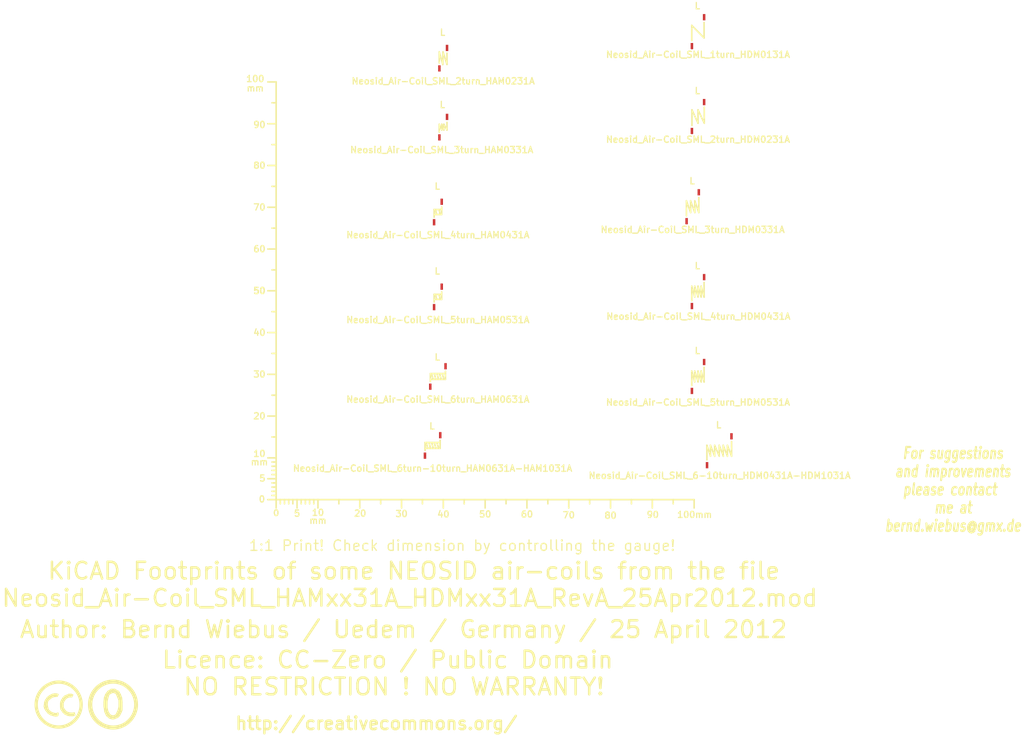
<source format=kicad_pcb>
(kicad_pcb (version 3) (host pcbnew "(2013-03-30 BZR 4007)-stable")

  (general
    (links 0)
    (no_connects 0)
    (area -2.90696 -31.671484 232.492126 195.6694)
    (thickness 1.6002)
    (drawings 7)
    (tracks 0)
    (zones 0)
    (modules 15)
    (nets 1)
  )

  (page A4)
  (layers
    (15 Vorderseite signal)
    (0 Rückseite signal)
    (16 B.Adhes user)
    (17 F.Adhes user)
    (18 B.Paste user)
    (19 F.Paste user)
    (20 B.SilkS user)
    (21 F.SilkS user)
    (22 B.Mask user)
    (23 F.Mask user)
    (24 Dwgs.User user)
    (25 Cmts.User user)
    (26 Eco1.User user)
    (27 Eco2.User user)
    (28 Edge.Cuts user)
  )

  (setup
    (last_trace_width 0.2032)
    (trace_clearance 0.254)
    (zone_clearance 0.508)
    (zone_45_only no)
    (trace_min 0.2032)
    (segment_width 0.381)
    (edge_width 0.381)
    (via_size 0.889)
    (via_drill 0.635)
    (via_min_size 0.889)
    (via_min_drill 0.508)
    (uvia_size 0.508)
    (uvia_drill 0.127)
    (uvias_allowed no)
    (uvia_min_size 0.508)
    (uvia_min_drill 0.127)
    (pcb_text_width 0.3048)
    (pcb_text_size 1.524 2.032)
    (mod_edge_width 0.381)
    (mod_text_size 1.524 1.524)
    (mod_text_width 0.3048)
    (pad_size 1.524 1.524)
    (pad_drill 0.8128)
    (pad_to_mask_clearance 0.254)
    (aux_axis_origin 0 0)
    (visible_elements 7FFFFFFF)
    (pcbplotparams
      (layerselection 3178497)
      (usegerberextensions true)
      (excludeedgelayer true)
      (linewidth 60)
      (plotframeref false)
      (viasonmask false)
      (mode 1)
      (useauxorigin false)
      (hpglpennumber 1)
      (hpglpenspeed 20)
      (hpglpendiameter 15)
      (hpglpenoverlay 0)
      (psnegative false)
      (psa4output false)
      (plotreference true)
      (plotvalue true)
      (plotothertext true)
      (plotinvisibletext false)
      (padsonsilk false)
      (subtractmaskfromsilk false)
      (outputformat 1)
      (mirror false)
      (drillshape 1)
      (scaleselection 1)
      (outputdirectory ""))
  )

  (net 0 "")

  (net_class Default "Dies ist die voreingestellte Netzklasse."
    (clearance 0.254)
    (trace_width 0.2032)
    (via_dia 0.889)
    (via_drill 0.635)
    (uvia_dia 0.508)
    (uvia_drill 0.127)
    (add_net "")
  )

  (module Gauge_100mm_Type2_SilkScreenTop_RevA_Date22Jun2010 (layer Vorderseite) (tedit 4D963937) (tstamp 4D88F07A)
    (at 87.03056 137.4394)
    (descr "Gauge, Massstab, 100mm, SilkScreenTop, Type 2,")
    (tags "Gauge, Massstab, 100mm, SilkScreenTop, Type 2,")
    (path Gauge_100mm_Type2_SilkScreenTop_RevA_Date22Jun2010)
    (fp_text reference MSC (at 4.0005 8.99922) (layer F.SilkS) hide
      (effects (font (size 1.524 1.524) (thickness 0.3048)))
    )
    (fp_text value Gauge_100mm_Type2_SilkScreenTop_RevA_Date22Jun2010 (at 45.9994 8.99922) (layer F.SilkS) hide
      (effects (font (size 1.524 1.524) (thickness 0.3048)))
    )
    (fp_text user mm (at 9.99998 5.00126) (layer F.SilkS)
      (effects (font (size 1.524 1.524) (thickness 0.3048)))
    )
    (fp_text user mm (at -4.0005 -8.99922) (layer F.SilkS)
      (effects (font (size 1.524 1.524) (thickness 0.3048)))
    )
    (fp_text user mm (at -5.00126 -98.5012) (layer F.SilkS)
      (effects (font (size 1.524 1.524) (thickness 0.3048)))
    )
    (fp_text user 10 (at 10.00506 3.0988) (layer F.SilkS)
      (effects (font (size 1.50114 1.50114) (thickness 0.29972)))
    )
    (fp_text user 0 (at 0.00508 3.19786) (layer F.SilkS)
      (effects (font (size 1.39954 1.50114) (thickness 0.29972)))
    )
    (fp_text user 5 (at 5.0038 3.29946) (layer F.SilkS)
      (effects (font (size 1.50114 1.50114) (thickness 0.29972)))
    )
    (fp_text user 20 (at 20.1041 3.29946) (layer F.SilkS)
      (effects (font (size 1.50114 1.50114) (thickness 0.29972)))
    )
    (fp_text user 30 (at 30.00502 3.39852) (layer F.SilkS)
      (effects (font (size 1.50114 1.50114) (thickness 0.29972)))
    )
    (fp_text user 40 (at 40.005 3.50012) (layer F.SilkS)
      (effects (font (size 1.50114 1.50114) (thickness 0.29972)))
    )
    (fp_text user 50 (at 50.00498 3.50012) (layer F.SilkS)
      (effects (font (size 1.50114 1.50114) (thickness 0.29972)))
    )
    (fp_text user 60 (at 60.00496 3.50012) (layer F.SilkS)
      (effects (font (size 1.50114 1.50114) (thickness 0.29972)))
    )
    (fp_text user 70 (at 70.00494 3.70078) (layer F.SilkS)
      (effects (font (size 1.50114 1.50114) (thickness 0.29972)))
    )
    (fp_text user 80 (at 80.00492 3.79984) (layer F.SilkS)
      (effects (font (size 1.50114 1.50114) (thickness 0.29972)))
    )
    (fp_text user 90 (at 90.1065 3.60172) (layer F.SilkS)
      (effects (font (size 1.50114 1.50114) (thickness 0.29972)))
    )
    (fp_text user 100mm (at 100.10648 3.60172) (layer F.SilkS)
      (effects (font (size 1.50114 1.50114) (thickness 0.29972)))
    )
    (fp_line (start 0 -8.99922) (end -1.00076 -8.99922) (layer F.SilkS) (width 0.381))
    (fp_line (start 0 -8.001) (end -1.00076 -8.001) (layer F.SilkS) (width 0.381))
    (fp_line (start 0 -7.00024) (end -1.00076 -7.00024) (layer F.SilkS) (width 0.381))
    (fp_line (start 0 -5.99948) (end -1.00076 -5.99948) (layer F.SilkS) (width 0.381))
    (fp_line (start 0 -4.0005) (end -1.00076 -4.0005) (layer F.SilkS) (width 0.381))
    (fp_line (start 0 -2.99974) (end -1.00076 -2.99974) (layer F.SilkS) (width 0.381))
    (fp_line (start 0 -1.99898) (end -1.00076 -1.99898) (layer F.SilkS) (width 0.381))
    (fp_line (start 0 -1.00076) (end -1.00076 -1.00076) (layer F.SilkS) (width 0.381))
    (fp_line (start 0 0) (end -1.99898 0) (layer F.SilkS) (width 0.381))
    (fp_line (start 0 -5.00126) (end -1.99898 -5.00126) (layer F.SilkS) (width 0.381))
    (fp_line (start 0 -9.99998) (end -1.99898 -9.99998) (layer F.SilkS) (width 0.381))
    (fp_line (start 0 -15.00124) (end -1.00076 -15.00124) (layer F.SilkS) (width 0.381))
    (fp_line (start 0 -19.99996) (end -1.99898 -19.99996) (layer F.SilkS) (width 0.381))
    (fp_line (start 0 -25.00122) (end -1.00076 -25.00122) (layer F.SilkS) (width 0.381))
    (fp_line (start 0 -29.99994) (end -1.99898 -29.99994) (layer F.SilkS) (width 0.381))
    (fp_line (start 0 -35.0012) (end -1.00076 -35.0012) (layer F.SilkS) (width 0.381))
    (fp_line (start 0 -39.99992) (end -1.99898 -39.99992) (layer F.SilkS) (width 0.381))
    (fp_line (start 0 -45.00118) (end -1.00076 -45.00118) (layer F.SilkS) (width 0.381))
    (fp_line (start 0 -49.9999) (end -1.99898 -49.9999) (layer F.SilkS) (width 0.381))
    (fp_line (start 0 -55.00116) (end -1.00076 -55.00116) (layer F.SilkS) (width 0.381))
    (fp_line (start 0 -59.99988) (end -1.99898 -59.99988) (layer F.SilkS) (width 0.381))
    (fp_line (start 0 -65.00114) (end -1.00076 -65.00114) (layer F.SilkS) (width 0.381))
    (fp_line (start 0 -69.99986) (end -1.99898 -69.99986) (layer F.SilkS) (width 0.381))
    (fp_line (start 0 -75.00112) (end -1.00076 -75.00112) (layer F.SilkS) (width 0.381))
    (fp_line (start 0 -79.99984) (end -1.99898 -79.99984) (layer F.SilkS) (width 0.381))
    (fp_line (start 0 -85.0011) (end -1.00076 -85.0011) (layer F.SilkS) (width 0.381))
    (fp_line (start 0 -89.99982) (end -1.99898 -89.99982) (layer F.SilkS) (width 0.381))
    (fp_line (start 0 -95.00108) (end -1.00076 -95.00108) (layer F.SilkS) (width 0.381))
    (fp_line (start 0 0) (end 0 -99.9998) (layer F.SilkS) (width 0.381))
    (fp_line (start 0 -99.9998) (end -1.99898 -99.9998) (layer F.SilkS) (width 0.381))
    (fp_text user 100 (at -4.99872 -100.7491) (layer F.SilkS)
      (effects (font (size 1.50114 1.50114) (thickness 0.29972)))
    )
    (fp_text user 90 (at -4.0005 -89.7509) (layer F.SilkS)
      (effects (font (size 1.50114 1.50114) (thickness 0.29972)))
    )
    (fp_text user 80 (at -4.0005 -79.99984) (layer F.SilkS)
      (effects (font (size 1.50114 1.50114) (thickness 0.29972)))
    )
    (fp_text user 70 (at -4.0005 -69.99986) (layer F.SilkS)
      (effects (font (size 1.50114 1.50114) (thickness 0.29972)))
    )
    (fp_text user 60 (at -4.0005 -59.99988) (layer F.SilkS)
      (effects (font (size 1.50114 1.50114) (thickness 0.29972)))
    )
    (fp_text user 50 (at -4.0005 -49.9999) (layer F.SilkS)
      (effects (font (size 1.50114 1.50114) (thickness 0.34036)))
    )
    (fp_text user 40 (at -4.0005 -39.99992) (layer F.SilkS)
      (effects (font (size 1.50114 1.50114) (thickness 0.29972)))
    )
    (fp_text user 30 (at -4.0005 -29.99994) (layer F.SilkS)
      (effects (font (size 1.50114 1.50114) (thickness 0.29972)))
    )
    (fp_text user 20 (at -4.0005 -19.99996) (layer F.SilkS)
      (effects (font (size 1.50114 1.50114) (thickness 0.29972)))
    )
    (fp_line (start 95.00108 0) (end 95.00108 1.00076) (layer F.SilkS) (width 0.381))
    (fp_line (start 89.99982 0) (end 89.99982 1.99898) (layer F.SilkS) (width 0.381))
    (fp_line (start 85.0011 0) (end 85.0011 1.00076) (layer F.SilkS) (width 0.381))
    (fp_line (start 79.99984 0) (end 79.99984 1.99898) (layer F.SilkS) (width 0.381))
    (fp_line (start 75.00112 0) (end 75.00112 1.00076) (layer F.SilkS) (width 0.381))
    (fp_line (start 69.99986 0) (end 69.99986 1.99898) (layer F.SilkS) (width 0.381))
    (fp_line (start 65.00114 0) (end 65.00114 1.00076) (layer F.SilkS) (width 0.381))
    (fp_line (start 59.99988 0) (end 59.99988 1.99898) (layer F.SilkS) (width 0.381))
    (fp_line (start 55.00116 0) (end 55.00116 1.00076) (layer F.SilkS) (width 0.381))
    (fp_line (start 49.9999 0) (end 49.9999 1.99898) (layer F.SilkS) (width 0.381))
    (fp_line (start 45.00118 0) (end 45.00118 1.00076) (layer F.SilkS) (width 0.381))
    (fp_line (start 39.99992 0) (end 39.99992 1.99898) (layer F.SilkS) (width 0.381))
    (fp_line (start 35.0012 0) (end 35.0012 1.00076) (layer F.SilkS) (width 0.381))
    (fp_line (start 29.99994 0) (end 29.99994 1.99898) (layer F.SilkS) (width 0.381))
    (fp_line (start 25.00122 0) (end 25.00122 1.00076) (layer F.SilkS) (width 0.381))
    (fp_line (start 19.99996 0) (end 19.99996 1.99898) (layer F.SilkS) (width 0.381))
    (fp_line (start 15.00124 0) (end 15.00124 1.00076) (layer F.SilkS) (width 0.381))
    (fp_line (start 9.99998 0) (end 99.9998 0) (layer F.SilkS) (width 0.381))
    (fp_line (start 99.9998 0) (end 99.9998 1.99898) (layer F.SilkS) (width 0.381))
    (fp_text user 5 (at -3.302 -5.10286) (layer F.SilkS)
      (effects (font (size 1.50114 1.50114) (thickness 0.29972)))
    )
    (fp_text user 0 (at -3.4036 -0.10414) (layer F.SilkS)
      (effects (font (size 1.50114 1.50114) (thickness 0.29972)))
    )
    (fp_text user 10 (at -4.0005 -11.00074) (layer F.SilkS)
      (effects (font (size 1.50114 1.50114) (thickness 0.29972)))
    )
    (fp_line (start 8.99922 0) (end 8.99922 1.00076) (layer F.SilkS) (width 0.381))
    (fp_line (start 8.001 0) (end 8.001 1.00076) (layer F.SilkS) (width 0.381))
    (fp_line (start 7.00024 0) (end 7.00024 1.00076) (layer F.SilkS) (width 0.381))
    (fp_line (start 5.99948 0) (end 5.99948 1.00076) (layer F.SilkS) (width 0.381))
    (fp_line (start 4.0005 0) (end 4.0005 1.00076) (layer F.SilkS) (width 0.381))
    (fp_line (start 2.99974 0) (end 2.99974 1.00076) (layer F.SilkS) (width 0.381))
    (fp_line (start 1.99898 0) (end 1.99898 1.00076) (layer F.SilkS) (width 0.381))
    (fp_line (start 1.00076 0) (end 1.00076 1.00076) (layer F.SilkS) (width 0.381))
    (fp_line (start 5.00126 0) (end 5.00126 1.99898) (layer F.SilkS) (width 0.381))
    (fp_line (start 0 0) (end 0 1.99898) (layer F.SilkS) (width 0.381))
    (fp_line (start 0 0) (end 9.99998 0) (layer F.SilkS) (width 0.381))
    (fp_line (start 9.99998 0) (end 9.99998 1.99898) (layer F.SilkS) (width 0.381))
  )

  (module Neosid_Air-Coil_SML_1turn_HDM0131A (layer Vorderseite) (tedit 4F989C73) (tstamp 4F989A4F)
    (at 187.96 25.4)
    (descr "Neosid, Air-Coil, SML, 1turn, HDM0131A,")
    (tags "Neosid, Air-Coil, SML, 1urn, HDM0131A,")
    (path Neosid_Air-Coil_SML_1turn_HDM0131A)
    (attr smd)
    (fp_text reference L (at -0.14986 -6.14934) (layer F.SilkS)
      (effects (font (size 1.524 1.524) (thickness 0.3048)))
    )
    (fp_text value Neosid_Air-Coil_SML_1turn_HDM0131A (at 0 5.4991) (layer F.SilkS)
      (effects (font (size 1.524 1.524) (thickness 0.3048)))
    )
    (fp_line (start -1.50114 -1.50114) (end 1.45034 1.50114) (layer F.SilkS) (width 0.381))
    (fp_line (start -1.50114 -1.50114) (end -1.50114 2.14884) (layer F.SilkS) (width 0.381))
    (fp_line (start 1.45034 1.50114) (end 1.45034 -2.19964) (layer F.SilkS) (width 0.381))
    (pad 1 smd rect (at -1.4605 3.45948) (size 0.59944 1.50114)
      (layers Vorderseite F.Paste F.Mask)
    )
    (pad 2 smd rect (at 1.4605 -3.45948) (size 0.59944 1.50114)
      (layers Vorderseite F.Paste F.Mask)
    )
  )

  (module Neosid_Air-Coil_SML_2turn_HAM0231A (layer Vorderseite) (tedit 4F989C2F) (tstamp 4F989A57)
    (at 127 31.75)
    (descr "Neosid, Air-Coil, SML, 2turn, HAM0231A,")
    (tags "Neosid, Air-Coil, SML, 2turn, HAM0231A,")
    (path Neosid_Air-Coil_SML_2turn_HAM0231A)
    (attr smd)
    (fp_text reference L (at -0.14986 -6.14934) (layer F.SilkS)
      (effects (font (size 1.524 1.524) (thickness 0.3048)))
    )
    (fp_text value Neosid_Air-Coil_SML_2turn_HAM0231A (at 0 5.4991) (layer F.SilkS)
      (effects (font (size 1.524 1.524) (thickness 0.3048)))
    )
    (fp_line (start -0.94996 1.15062) (end -0.94996 -1.50114) (layer F.SilkS) (width 0.381))
    (fp_line (start -0.94996 -1.50114) (end -0.09906 1.50114) (layer F.SilkS) (width 0.381))
    (fp_line (start -0.09906 1.50114) (end -0.0508 -1.50114) (layer F.SilkS) (width 0.381))
    (fp_line (start -0.0508 -1.50114) (end 0.89916 1.50114) (layer F.SilkS) (width 0.381))
    (fp_line (start 0.89916 -1.19888) (end 0.89916 1.50114) (layer F.SilkS) (width 0.381))
    (pad 1 smd rect (at -0.9144 2.4511) (size 0.59944 1.50114)
      (layers Vorderseite F.Paste F.Mask)
    )
    (pad 2 smd rect (at 0.9144 -2.4511) (size 0.59944 1.50114)
      (layers Vorderseite F.Paste F.Mask)
    )
  )

  (module Neosid_Air-Coil_SML_2turn_HDM0231A (layer Vorderseite) (tedit 4F989C79) (tstamp 4F989A62)
    (at 187.96 45.72)
    (descr "Neosid, Air-Coil, SML, 2turn, HDM0231A,")
    (tags "Neosid, Air-Coil, SML, 2turn, HDM0231A,")
    (path Neosid_Air-Coil_SML_2turn_HDM0231A)
    (attr smd)
    (fp_text reference L (at -0.14986 -6.14934) (layer F.SilkS)
      (effects (font (size 1.524 1.524) (thickness 0.3048)))
    )
    (fp_text value Neosid_Air-Coil_SML_2turn_HDM0231A (at 0 5.4991) (layer F.SilkS)
      (effects (font (size 1.524 1.524) (thickness 0.3048)))
    )
    (fp_line (start 0 -1.6002) (end 1.50114 1.6002) (layer F.SilkS) (width 0.381))
    (fp_line (start -1.45034 -1.6002) (end 0 1.6002) (layer F.SilkS) (width 0.381))
    (fp_line (start 0 -1.6002) (end 0 1.6002) (layer F.SilkS) (width 0.381))
    (fp_line (start -1.45034 -1.6002) (end -1.45034 2.14884) (layer F.SilkS) (width 0.381))
    (fp_line (start 1.50114 1.6002) (end 1.50114 -2.25044) (layer F.SilkS) (width 0.381))
    (pad 1 smd rect (at -1.4605 3.45948) (size 0.59944 1.50114)
      (layers Vorderseite F.Paste F.Mask)
    )
    (pad 2 smd rect (at 1.4605 -3.45948) (size 0.59944 1.50114)
      (layers Vorderseite F.Paste F.Mask)
    )
  )

  (module Neosid_Air-Coil_SML_3turn_HAM0331A (layer Vorderseite) (tedit 4F989C3F) (tstamp 4F989A7A)
    (at 127 48.26)
    (descr "Neosid, Air-Coil, SML, 2turn, HAM0331A,")
    (tags "Neosid, Air-Coil, SML, 3turn, HAM0331A,")
    (path Neosid_Air-Coil_SML_3turn_HAM0331A)
    (attr smd)
    (fp_text reference L (at -0.20066 -5.34924) (layer F.SilkS)
      (effects (font (size 1.524 1.524) (thickness 0.3048)))
    )
    (fp_text value Neosid_Air-Coil_SML_3turn_HAM0331A (at -0.35052 5.45084) (layer F.SilkS)
      (effects (font (size 1.524 1.524) (thickness 0.3048)))
    )
    (fp_line (start -0.94996 -0.65024) (end -0.35052 0.70104) (layer F.SilkS) (width 0.381))
    (fp_line (start -0.35052 0.70104) (end -0.35052 -0.70104) (layer F.SilkS) (width 0.381))
    (fp_line (start -0.35052 -0.70104) (end 0.14986 0.70104) (layer F.SilkS) (width 0.381))
    (fp_line (start 0.14986 0.70104) (end 0.14986 -0.70104) (layer F.SilkS) (width 0.381))
    (fp_line (start 0.14986 -0.70104) (end 0.89916 0.70104) (layer F.SilkS) (width 0.381))
    (fp_line (start -0.94996 1.19888) (end -0.94996 -0.70104) (layer F.SilkS) (width 0.381))
    (fp_line (start 0.89916 -1.15062) (end 0.89916 0.70104) (layer F.SilkS) (width 0.381))
    (pad 1 smd rect (at -0.9144 2.4511) (size 0.59944 1.50114)
      (layers Vorderseite F.Paste F.Mask)
    )
    (pad 2 smd rect (at 0.9144 -2.4511) (size 0.59944 1.50114)
      (layers Vorderseite F.Paste F.Mask)
    )
  )

  (module Neosid_Air-Coil_SML_3turn_HDM0331A (layer Vorderseite) (tedit 4F989C83) (tstamp 4F989A89)
    (at 186.69 67.31)
    (descr "Neosid, Air-Coil, SML, 3turn, HDM0331A,")
    (tags "Neosid, Air-Coil, SML, 3turn, HDM0331A,")
    (path Neosid_Air-Coil_SML_3turn_HDM0331A)
    (attr smd)
    (fp_text reference L (at -0.14986 -6.14934) (layer F.SilkS)
      (effects (font (size 1.524 1.524) (thickness 0.3048)))
    )
    (fp_text value Neosid_Air-Coil_SML_3turn_HDM0331A (at 0 5.4991) (layer F.SilkS)
      (effects (font (size 1.524 1.524) (thickness 0.3048)))
    )
    (fp_line (start 0.50038 -1.39954) (end 1.45034 1.39954) (layer F.SilkS) (width 0.381))
    (fp_line (start -0.50038 -1.39954) (end 0.50038 1.39954) (layer F.SilkS) (width 0.381))
    (fp_line (start -1.50114 -1.39954) (end -0.50038 1.39954) (layer F.SilkS) (width 0.381))
    (fp_line (start 0.50038 -1.39954) (end 0.50038 1.39954) (layer F.SilkS) (width 0.381))
    (fp_line (start -0.50038 -1.39954) (end -0.50038 1.30048) (layer F.SilkS) (width 0.381))
    (fp_line (start -0.50038 1.30048) (end -0.50038 1.39954) (layer F.SilkS) (width 0.381))
    (fp_line (start -1.50114 -1.39954) (end -1.50114 2.19964) (layer F.SilkS) (width 0.381))
    (fp_line (start 1.45034 1.39954) (end 1.45034 -2.19964) (layer F.SilkS) (width 0.381))
    (pad 1 smd rect (at -1.4605 3.45948) (size 0.59944 1.50114)
      (layers Vorderseite F.Paste F.Mask)
    )
    (pad 2 smd rect (at 1.4605 -3.45948) (size 0.59944 1.50114)
      (layers Vorderseite F.Paste F.Mask)
    )
  )

  (module Neosid_Air-Coil_SML_4turn_HAM0431A (layer Vorderseite) (tedit 4F989C48) (tstamp 4F989A94)
    (at 125.73 68.58)
    (descr "Neosid, Air-Coil, SML, 4turn, HAM0431A,")
    (tags "Neosid, Air-Coil, SML, 4turn, HAM0431A,")
    (path Neosid_Air-Coil_SML_4turn_HAM0431A)
    (attr smd)
    (fp_text reference L (at -0.14986 -6.14934) (layer F.SilkS)
      (effects (font (size 1.524 1.524) (thickness 0.3048)))
    )
    (fp_text value Neosid_Air-Coil_SML_4turn_HAM0431A (at 0 5.4991) (layer F.SilkS)
      (effects (font (size 1.524 1.524) (thickness 0.3048)))
    )
    (fp_line (start -0.59944 -0.59944) (end -0.29972 0.59944) (layer F.SilkS) (width 0.381))
    (fp_line (start 0.29972 -0.55118) (end 0.55118 0.59944) (layer F.SilkS) (width 0.381))
    (fp_line (start 0.89916 0.59944) (end 0.89916 -1.19888) (layer F.SilkS) (width 0.381))
    (fp_line (start 0.89916 0.59944) (end -0.8509 0.59944) (layer F.SilkS) (width 0.381))
    (fp_line (start -0.89916 -0.59944) (end 0.89916 -0.59944) (layer F.SilkS) (width 0.381))
    (fp_line (start -0.89916 -0.59944) (end -0.89916 -0.55118) (layer F.SilkS) (width 0.381))
    (fp_line (start -0.89916 1.24968) (end -0.89916 -0.59944) (layer F.SilkS) (width 0.381))
    (pad 1 smd rect (at -0.9144 2.4511) (size 0.59944 1.50114)
      (layers Vorderseite F.Paste F.Mask)
    )
    (pad 2 smd rect (at 0.9144 -2.4511) (size 0.59944 1.50114)
      (layers Vorderseite F.Paste F.Mask)
    )
  )

  (module Neosid_Air-Coil_SML_4turn_HDM0431A (layer Vorderseite) (tedit 4F989C8A) (tstamp 4F989A9C)
    (at 187.96 87.63)
    (descr "Neosid, Air-Coil, SML, 4turn, HDM0431A,")
    (tags "Neosid, Air-Coil, SML, 4turn, HDM0431A,")
    (path Neosid_Air-Coil_SML_4turn_HDM0431A)
    (attr smd)
    (fp_text reference L (at -0.14986 -6.14934) (layer F.SilkS)
      (effects (font (size 1.524 1.524) (thickness 0.3048)))
    )
    (fp_text value Neosid_Air-Coil_SML_4turn_HDM0431A (at 0.09906 5.95122) (layer F.SilkS)
      (effects (font (size 1.524 1.524) (thickness 0.3048)))
    )
    (fp_line (start 0 -1.30048) (end 0.7493 1.30048) (layer F.SilkS) (width 0.381))
    (fp_line (start 0.7493 -1.30048) (end 1.45034 1.34874) (layer F.SilkS) (width 0.381))
    (fp_line (start -0.8001 -1.30048) (end 0 1.24968) (layer F.SilkS) (width 0.381))
    (fp_line (start -1.50114 -1.30048) (end -0.8001 1.30048) (layer F.SilkS) (width 0.381))
    (fp_line (start 0.7493 -1.30048) (end 0.7493 1.30048) (layer F.SilkS) (width 0.381))
    (fp_line (start -0.8001 -1.30048) (end -0.8001 1.30048) (layer F.SilkS) (width 0.381))
    (fp_line (start 0 -1.30048) (end 0 1.30048) (layer F.SilkS) (width 0.381))
    (fp_line (start -1.50114 -1.30048) (end -1.50114 2.19964) (layer F.SilkS) (width 0.381))
    (fp_line (start 1.45034 1.30048) (end 1.45034 -2.19964) (layer F.SilkS) (width 0.381))
    (pad 1 smd rect (at -1.4605 3.45948) (size 0.59944 1.50114)
      (layers Vorderseite F.Paste F.Mask)
    )
    (pad 2 smd rect (at 1.4605 -3.45948) (size 0.59944 1.50114)
      (layers Vorderseite F.Paste F.Mask)
    )
  )

  (module Neosid_Air-Coil_SML_5turn_HAM0531A (layer Vorderseite) (tedit 4F989C55) (tstamp 4F989AA4)
    (at 125.73 88.9)
    (descr "Neosid, Air-Coil, SML, 5turn, HAM0531A,")
    (tags "Neosid, Air-Coil, SML, 5turn, HAM0531A,")
    (path Neosid_Air-Coil_SML_5turn_HAM0531A)
    (attr smd)
    (fp_text reference L (at -0.14986 -6.14934) (layer F.SilkS)
      (effects (font (size 1.524 1.524) (thickness 0.3048)))
    )
    (fp_text value Neosid_Air-Coil_SML_5turn_HAM0531A (at 0 5.4991) (layer F.SilkS)
      (effects (font (size 1.524 1.524) (thickness 0.3048)))
    )
    (fp_line (start -0.59944 -0.59944) (end -0.29972 0.59944) (layer F.SilkS) (width 0.381))
    (fp_line (start 0.29972 -0.55118) (end 0.55118 0.59944) (layer F.SilkS) (width 0.381))
    (fp_line (start 0.89916 0.59944) (end 0.89916 -1.19888) (layer F.SilkS) (width 0.381))
    (fp_line (start 0.89916 0.59944) (end -0.8509 0.59944) (layer F.SilkS) (width 0.381))
    (fp_line (start -0.89916 -0.59944) (end 0.89916 -0.59944) (layer F.SilkS) (width 0.381))
    (fp_line (start -0.89916 -0.59944) (end -0.89916 -0.55118) (layer F.SilkS) (width 0.381))
    (fp_line (start -0.89916 1.24968) (end -0.89916 -0.59944) (layer F.SilkS) (width 0.381))
    (pad 1 smd rect (at -0.9144 2.4511) (size 0.59944 1.50114)
      (layers Vorderseite F.Paste F.Mask)
    )
    (pad 2 smd rect (at 0.9144 -2.4511) (size 0.59944 1.50114)
      (layers Vorderseite F.Paste F.Mask)
    )
  )

  (module Neosid_Air-Coil_SML_5turn_HDM0531A (layer Vorderseite) (tedit 4F989C91) (tstamp 4F989AAB)
    (at 187.96 107.95)
    (descr "Neosid, Air-Coil, SML, 5turn, HDM0531A,")
    (tags "Neosid, Air-Coil, SML, 5turn, HDM0531A,")
    (path Neosid_Air-Coil_SML_5turn_HDM0531A)
    (attr smd)
    (fp_text reference L (at -0.14986 -6.14934) (layer F.SilkS)
      (effects (font (size 1.524 1.524) (thickness 0.3048)))
    )
    (fp_text value Neosid_Air-Coil_SML_5turn_HDM0531A (at 0 6.20014) (layer F.SilkS)
      (effects (font (size 1.524 1.524) (thickness 0.3048)))
    )
    (fp_line (start 0 -1.30048) (end 0.7493 1.30048) (layer F.SilkS) (width 0.381))
    (fp_line (start 0.7493 -1.30048) (end 1.45034 1.34874) (layer F.SilkS) (width 0.381))
    (fp_line (start -0.8001 -1.30048) (end 0 1.24968) (layer F.SilkS) (width 0.381))
    (fp_line (start -1.50114 -1.30048) (end -0.8001 1.30048) (layer F.SilkS) (width 0.381))
    (fp_line (start 0.7493 -1.30048) (end 0.7493 1.30048) (layer F.SilkS) (width 0.381))
    (fp_line (start -0.8001 -1.30048) (end -0.8001 1.30048) (layer F.SilkS) (width 0.381))
    (fp_line (start 0 -1.30048) (end 0 1.30048) (layer F.SilkS) (width 0.381))
    (fp_line (start -1.50114 -1.30048) (end -1.50114 2.19964) (layer F.SilkS) (width 0.381))
    (fp_line (start 1.45034 1.30048) (end 1.45034 -2.19964) (layer F.SilkS) (width 0.381))
    (pad 1 smd rect (at -1.4605 3.45948) (size 0.59944 1.50114)
      (layers Vorderseite F.Paste F.Mask)
    )
    (pad 2 smd rect (at 1.4605 -3.45948) (size 0.59944 1.50114)
      (layers Vorderseite F.Paste F.Mask)
    )
  )

  (module Neosid_Air-Coil_SML_6-10turn_HDM0431A-HDM1031A (layer Vorderseite) (tedit 4F989C97) (tstamp 4F989ABF)
    (at 193.04 125.73)
    (descr "Neosid, Air-Coil, SML, 6-10turn, HDM0431A-HDM1031A,")
    (tags "Neosid, Air-Coil, SML, 6-10turn, HDM0431A-HDM1031A,")
    (path Neosid_Air-Coil_SML_6-10turn_HDM0431A-HDM1031A)
    (attr smd)
    (fp_text reference L (at -0.14986 -6.14934) (layer F.SilkS)
      (effects (font (size 1.524 1.524) (thickness 0.3048)))
    )
    (fp_text value Neosid_Air-Coil_SML_6-10turn_HDM0431A-HDM1031A (at 0.09906 5.95122) (layer F.SilkS)
      (effects (font (size 1.524 1.524) (thickness 0.3048)))
    )
    (fp_line (start 1.95072 -1.30048) (end 2.94894 1.30048) (layer F.SilkS) (width 0.381))
    (fp_line (start 0.94996 -1.30048) (end 1.95072 1.30048) (layer F.SilkS) (width 0.381))
    (fp_line (start 0 -1.30048) (end 1.00076 1.30048) (layer F.SilkS) (width 0.381))
    (fp_line (start -1.09982 -1.30048) (end 0 1.30048) (layer F.SilkS) (width 0.381))
    (fp_line (start -2.10058 -1.30048) (end -1.09982 1.30048) (layer F.SilkS) (width 0.381))
    (fp_line (start -2.94894 -1.30048) (end -2.10058 1.24968) (layer F.SilkS) (width 0.381))
    (fp_line (start 1.95072 -1.30048) (end 1.95072 1.30048) (layer F.SilkS) (width 0.381))
    (fp_line (start 0.94996 -1.30048) (end 0.94996 1.30048) (layer F.SilkS) (width 0.381))
    (fp_line (start -1.09982 -1.30048) (end -1.09982 1.30048) (layer F.SilkS) (width 0.381))
    (fp_line (start -2.10058 -1.30048) (end -2.10058 1.30048) (layer F.SilkS) (width 0.381))
    (fp_line (start 0 -1.30048) (end 0 1.30048) (layer F.SilkS) (width 0.381))
    (fp_line (start -2.94894 -1.30048) (end -2.94894 2.19964) (layer F.SilkS) (width 0.381))
    (fp_line (start 2.94894 1.30048) (end 2.94894 -2.19964) (layer F.SilkS) (width 0.381))
    (pad 1 smd rect (at -2.921 3.45948) (size 0.59944 1.50114)
      (layers Vorderseite F.Paste F.Mask)
    )
    (pad 2 smd rect (at 2.921 -3.45948) (size 0.59944 1.50114)
      (layers Vorderseite F.Paste F.Mask)
    )
  )

  (module Neosid_Air-Coil_SML_6turn_HAM0631A (layer Vorderseite) (tedit 4F989C5C) (tstamp 4F989AC6)
    (at 125.73 107.95)
    (descr "Neosid, Air-Coil, SML, 6turn, HAM0631A,")
    (tags "Neosid, Air-Coil, SML, 6turn, HAM0631A,")
    (path Neosid_Air-Coil_SML_6turn_HAM0631A)
    (attr smd)
    (fp_text reference L (at -0.14986 -4.59994) (layer F.SilkS)
      (effects (font (size 1.524 1.524) (thickness 0.3048)))
    )
    (fp_text value Neosid_Air-Coil_SML_6turn_HAM0631A (at 0 5.4991) (layer F.SilkS)
      (effects (font (size 1.524 1.524) (thickness 0.3048)))
    )
    (fp_line (start 1.04902 -0.59944) (end 1.45034 0.65024) (layer F.SilkS) (width 0.381))
    (fp_line (start 0.39878 -0.65024) (end 0.8001 0.70104) (layer F.SilkS) (width 0.381))
    (fp_line (start -0.20066 -0.65024) (end 0.14986 0.70104) (layer F.SilkS) (width 0.381))
    (fp_line (start 0.14986 0.70104) (end 0.14986 0.65024) (layer F.SilkS) (width 0.381))
    (fp_line (start -0.8509 -0.65024) (end -0.50038 0.70104) (layer F.SilkS) (width 0.381))
    (fp_line (start -1.5494 -0.70104) (end -1.15062 0.70104) (layer F.SilkS) (width 0.381))
    (fp_line (start -1.15062 0.70104) (end -1.15062 0.65024) (layer F.SilkS) (width 0.381))
    (fp_line (start 1.80086 0.70104) (end -1.80086 0.70104) (layer F.SilkS) (width 0.381))
    (fp_line (start -1.80086 -0.70104) (end 1.80086 -0.70104) (layer F.SilkS) (width 0.381))
    (fp_line (start -1.80086 0.7493) (end -1.80086 1.19888) (layer F.SilkS) (width 0.381))
    (fp_line (start -1.80086 -0.70104) (end -1.80086 0.70104) (layer F.SilkS) (width 0.381))
    (fp_line (start 1.80086 0.70104) (end 1.80086 -1.24968) (layer F.SilkS) (width 0.381))
    (pad 1 smd rect (at -1.8288 2.4511) (size 0.59944 1.50114)
      (layers Vorderseite F.Paste F.Mask)
    )
    (pad 2 smd rect (at 1.8288 -2.4511) (size 0.59944 1.50114)
      (layers Vorderseite F.Paste F.Mask)
    )
  )

  (module Neosid_Air-Coil_SML_6turn-10turn_HAM0631A-HAM1031A (layer Vorderseite) (tedit 4F989C68) (tstamp 4F989AD8)
    (at 124.46 124.46)
    (descr "Neosid, Air-Coil, SML, 6turn-10turn, HAM0631A-HAM1031A,")
    (tags "Neosid, Air-Coil, SML, 6turn-10turn, HAM0631A-HAM1031A,")
    (path Neosid_Air-Coil_SML_6turn-10turn_HAM0631A-HAM1031A)
    (attr smd)
    (fp_text reference L (at -0.14986 -4.59994) (layer F.SilkS)
      (effects (font (size 1.524 1.524) (thickness 0.3048)))
    )
    (fp_text value Neosid_Air-Coil_SML_6turn-10turn_HAM0631A-HAM1031A (at 0 5.4991) (layer F.SilkS)
      (effects (font (size 1.524 1.524) (thickness 0.3048)))
    )
    (fp_line (start 1.04902 -0.59944) (end 1.45034 0.65024) (layer F.SilkS) (width 0.381))
    (fp_line (start 0.39878 -0.65024) (end 0.8001 0.70104) (layer F.SilkS) (width 0.381))
    (fp_line (start -0.20066 -0.65024) (end 0.14986 0.70104) (layer F.SilkS) (width 0.381))
    (fp_line (start 0.14986 0.70104) (end 0.14986 0.65024) (layer F.SilkS) (width 0.381))
    (fp_line (start -0.8509 -0.65024) (end -0.50038 0.70104) (layer F.SilkS) (width 0.381))
    (fp_line (start -1.5494 -0.70104) (end -1.15062 0.70104) (layer F.SilkS) (width 0.381))
    (fp_line (start -1.15062 0.70104) (end -1.15062 0.65024) (layer F.SilkS) (width 0.381))
    (fp_line (start 1.80086 0.70104) (end -1.80086 0.70104) (layer F.SilkS) (width 0.381))
    (fp_line (start -1.80086 -0.70104) (end 1.80086 -0.70104) (layer F.SilkS) (width 0.381))
    (fp_line (start -1.80086 0.7493) (end -1.80086 1.19888) (layer F.SilkS) (width 0.381))
    (fp_line (start -1.80086 -0.70104) (end -1.80086 0.70104) (layer F.SilkS) (width 0.381))
    (fp_line (start 1.80086 0.70104) (end 1.80086 -1.24968) (layer F.SilkS) (width 0.381))
    (pad 1 smd rect (at -1.8288 2.4511) (size 0.59944 1.50114)
      (layers Vorderseite F.Paste F.Mask)
    )
    (pad 2 smd rect (at 1.8288 -2.4511) (size 0.59944 1.50114)
      (layers Vorderseite F.Paste F.Mask)
    )
  )

  (module Symbol_CC-PublicDomain_SilkScreenTop_Big (layer Vorderseite) (tedit 515D641F) (tstamp 515F0B64)
    (at 48 186.5)
    (descr "Symbol, CC-PublicDomain, SilkScreen Top, Big,")
    (tags "Symbol, CC-PublicDomain, SilkScreen Top, Big,")
    (path Symbol_CC-Noncommercial_CopperTop_Big)
    (fp_text reference Sym (at 0.59944 -7.29996) (layer F.SilkS) hide
      (effects (font (size 1.524 1.524) (thickness 0.3048)))
    )
    (fp_text value Symbol_CC-PublicDomain_SilkScreenTop_Big (at 0.59944 8.001) (layer F.SilkS) hide
      (effects (font (size 1.524 1.524) (thickness 0.3048)))
    )
    (fp_circle (center 0 0) (end 5.8 -0.05) (layer F.SilkS) (width 0.381))
    (fp_circle (center 0 0) (end 5.5 0) (layer F.SilkS) (width 0.381))
    (fp_circle (center 0.05 0) (end 5.25 0) (layer F.SilkS) (width 0.381))
    (fp_line (start 1.1 -2.5) (end 1.4 -1.9) (layer F.SilkS) (width 0.381))
    (fp_line (start -1.8 1.2) (end -1.6 1.9) (layer F.SilkS) (width 0.381))
    (fp_line (start -1.6 1.9) (end -1.2 2.5) (layer F.SilkS) (width 0.381))
    (fp_line (start 0 -3) (end 0.75 -2.75) (layer F.SilkS) (width 0.381))
    (fp_line (start 0.75 -2.75) (end 1 -2.25) (layer F.SilkS) (width 0.381))
    (fp_line (start 1 -2.25) (end 1.5 -1) (layer F.SilkS) (width 0.381))
    (fp_line (start 1.5 -1) (end 1.5 -0.5) (layer F.SilkS) (width 0.381))
    (fp_line (start 1.5 -0.5) (end 1.5 0.5) (layer F.SilkS) (width 0.381))
    (fp_line (start 1.5 0.5) (end 1.25 1.5) (layer F.SilkS) (width 0.381))
    (fp_line (start 1.25 1.5) (end 0.75 2.5) (layer F.SilkS) (width 0.381))
    (fp_line (start 0.75 2.5) (end 0.25 2.75) (layer F.SilkS) (width 0.381))
    (fp_line (start 0.25 2.75) (end -0.25 2.75) (layer F.SilkS) (width 0.381))
    (fp_line (start -0.25 2.75) (end -0.75 2.5) (layer F.SilkS) (width 0.381))
    (fp_line (start -0.75 2.5) (end -1.25 1.75) (layer F.SilkS) (width 0.381))
    (fp_line (start -1.25 1.75) (end -1.5 0.75) (layer F.SilkS) (width 0.381))
    (fp_line (start -1.5 0.75) (end -1.5 -0.75) (layer F.SilkS) (width 0.381))
    (fp_line (start -1.5 -0.75) (end -1.25 -1.75) (layer F.SilkS) (width 0.381))
    (fp_line (start -1.25 -1.75) (end -1 -2.5) (layer F.SilkS) (width 0.381))
    (fp_line (start -1 -2.5) (end -0.3 -2.9) (layer F.SilkS) (width 0.381))
    (fp_line (start -0.3 -2.9) (end 0.2 -3) (layer F.SilkS) (width 0.381))
    (fp_line (start 0.2 -3) (end 0.8 -3) (layer F.SilkS) (width 0.381))
    (fp_line (start 0.8 -3) (end 1.4 -2.3) (layer F.SilkS) (width 0.381))
    (fp_line (start 1.4 -2.3) (end 1.6 -1.4) (layer F.SilkS) (width 0.381))
    (fp_line (start 1.6 -1.4) (end 1.7 -0.3) (layer F.SilkS) (width 0.381))
    (fp_line (start 1.7 -0.3) (end 1.7 0.9) (layer F.SilkS) (width 0.381))
    (fp_line (start 1.7 0.9) (end 1.4 1.8) (layer F.SilkS) (width 0.381))
    (fp_line (start 1.4 1.8) (end 1 2.7) (layer F.SilkS) (width 0.381))
    (fp_line (start 1 2.7) (end 0.5 3) (layer F.SilkS) (width 0.381))
    (fp_line (start 0.5 3) (end -0.4 3) (layer F.SilkS) (width 0.381))
    (fp_line (start -0.4 3) (end -1.3 2.3) (layer F.SilkS) (width 0.381))
    (fp_line (start -1.3 2.3) (end -1.7 1) (layer F.SilkS) (width 0.381))
    (fp_line (start -1.7 1) (end -1.8 -0.7) (layer F.SilkS) (width 0.381))
    (fp_line (start -1.8 -0.7) (end -1.4 -2.2) (layer F.SilkS) (width 0.381))
    (fp_line (start -1.4 -2.2) (end -1 -2.9) (layer F.SilkS) (width 0.381))
    (fp_line (start -1 -2.9) (end -0.2 -3.3) (layer F.SilkS) (width 0.381))
    (fp_line (start -0.2 -3.3) (end 0.7 -3.2) (layer F.SilkS) (width 0.381))
    (fp_line (start 0.7 -3.2) (end 1.3 -3.1) (layer F.SilkS) (width 0.381))
    (fp_line (start 1.3 -3.1) (end 1.7 -2.4) (layer F.SilkS) (width 0.381))
    (fp_line (start 1.7 -2.4) (end 2 -1.6) (layer F.SilkS) (width 0.381))
    (fp_line (start 2 -1.6) (end 2.1 -0.6) (layer F.SilkS) (width 0.381))
    (fp_line (start 2.1 -0.6) (end 2.1 0.3) (layer F.SilkS) (width 0.381))
    (fp_line (start 2.1 0.3) (end 2.1 1.3) (layer F.SilkS) (width 0.381))
    (fp_line (start 2.1 1.3) (end 1.9 1.8) (layer F.SilkS) (width 0.381))
    (fp_line (start 1.9 1.8) (end 1.5 2.6) (layer F.SilkS) (width 0.381))
    (fp_line (start 1.5 2.6) (end 1.1 3) (layer F.SilkS) (width 0.381))
    (fp_line (start 1.1 3) (end 0.4 3.3) (layer F.SilkS) (width 0.381))
    (fp_line (start 0.4 3.3) (end -0.1 3.4) (layer F.SilkS) (width 0.381))
    (fp_line (start -0.1 3.4) (end -0.8 3.2) (layer F.SilkS) (width 0.381))
    (fp_line (start -0.8 3.2) (end -1.5 2.6) (layer F.SilkS) (width 0.381))
    (fp_line (start -1.5 2.6) (end -1.9 1.7) (layer F.SilkS) (width 0.381))
    (fp_line (start -1.9 1.7) (end -2.1 0.4) (layer F.SilkS) (width 0.381))
    (fp_line (start -2.1 0.4) (end -2.1 -0.6) (layer F.SilkS) (width 0.381))
    (fp_line (start -2.1 -0.6) (end -2 -1.6) (layer F.SilkS) (width 0.381))
    (fp_line (start -2 -1.6) (end -1.7 -2.4) (layer F.SilkS) (width 0.381))
    (fp_line (start -1.7 -2.4) (end -1.2 -3.1) (layer F.SilkS) (width 0.381))
    (fp_line (start -1.2 -3.1) (end -0.4 -3.6) (layer F.SilkS) (width 0.381))
    (fp_line (start -0.4 -3.6) (end 0.4 -3.6) (layer F.SilkS) (width 0.381))
    (fp_line (start 0.4 -3.6) (end 1.1 -3.2) (layer F.SilkS) (width 0.381))
    (fp_line (start 1.1 -3.2) (end 1.1 -2.9) (layer F.SilkS) (width 0.381))
    (fp_line (start 1.1 -2.9) (end 1.8 -1.5) (layer F.SilkS) (width 0.381))
    (fp_line (start 1.8 -1.5) (end 1.8 -0.4) (layer F.SilkS) (width 0.381))
    (fp_line (start 1.8 -0.4) (end 1.8 1.1) (layer F.SilkS) (width 0.381))
    (fp_line (start 1.8 1.1) (end 1.2 2.6) (layer F.SilkS) (width 0.381))
    (fp_line (start 1.2 2.6) (end 0.2 3.2) (layer F.SilkS) (width 0.381))
    (fp_line (start 0.2 3.2) (end -0.5 3.2) (layer F.SilkS) (width 0.381))
    (fp_line (start -0.5 3.2) (end -1.1 2.7) (layer F.SilkS) (width 0.381))
    (fp_line (start -1.1 2.7) (end -1.9 0.6) (layer F.SilkS) (width 0.381))
    (fp_line (start -1.9 0.6) (end -1.7 -1.9) (layer F.SilkS) (width 0.381))
  )

  (module Symbol_CreativeCommons_SilkScreenTop_Type2_Big (layer Vorderseite) (tedit 515D640C) (tstamp 515D6AF0)
    (at 35 186.5)
    (descr "Symbol, Creative Commons, SilkScreen Top, Type 2, Big,")
    (tags "Symbol, Creative Commons, SilkScreen Top, Type 2, Big,")
    (path Symbol_CreativeCommons_CopperTop_Type2_Big)
    (fp_text reference Sym (at 0.59944 -7.29996) (layer F.SilkS) hide
      (effects (font (size 1.524 1.524) (thickness 0.3048)))
    )
    (fp_text value Symbol_CreativeCommons_Typ2_SilkScreenTop_Big (at 0.59944 8.001) (layer F.SilkS) hide
      (effects (font (size 1.524 1.524) (thickness 0.3048)))
    )
    (fp_line (start -0.70104 2.70002) (end -0.29972 2.60096) (layer F.SilkS) (width 0.381))
    (fp_line (start -0.29972 2.60096) (end -0.20066 2.10058) (layer F.SilkS) (width 0.381))
    (fp_line (start -2.49936 -1.69926) (end -2.70002 -1.6002) (layer F.SilkS) (width 0.381))
    (fp_line (start -2.70002 -1.6002) (end -3.0988 -1.00076) (layer F.SilkS) (width 0.381))
    (fp_line (start -3.0988 -1.00076) (end -3.29946 -0.50038) (layer F.SilkS) (width 0.381))
    (fp_line (start -3.29946 -0.50038) (end -3.40106 0.39878) (layer F.SilkS) (width 0.381))
    (fp_line (start -3.40106 0.39878) (end -3.29946 0.89916) (layer F.SilkS) (width 0.381))
    (fp_line (start -0.19812 2.4003) (end -0.29718 2.59842) (layer F.SilkS) (width 0.381))
    (fp_line (start 3.70078 2.10058) (end 3.79984 2.4003) (layer F.SilkS) (width 0.381))
    (fp_line (start 2.99974 -2.4003) (end 3.29946 -2.30124) (layer F.SilkS) (width 0.381))
    (fp_line (start 3.29946 -2.30124) (end 3.0988 -1.99898) (layer F.SilkS) (width 0.381))
    (fp_line (start 0 -5.40004) (end -0.50038 -5.40004) (layer F.SilkS) (width 0.381))
    (fp_line (start -0.50038 -5.40004) (end -1.30048 -5.10032) (layer F.SilkS) (width 0.381))
    (fp_line (start -1.30048 -5.10032) (end -1.99898 -4.89966) (layer F.SilkS) (width 0.381))
    (fp_line (start -1.99898 -4.89966) (end -2.70002 -4.699) (layer F.SilkS) (width 0.381))
    (fp_line (start -2.70002 -4.699) (end -3.29946 -4.20116) (layer F.SilkS) (width 0.381))
    (fp_line (start -3.29946 -4.20116) (end -4.0005 -3.59918) (layer F.SilkS) (width 0.381))
    (fp_line (start -4.0005 -3.59918) (end -4.50088 -2.99974) (layer F.SilkS) (width 0.381))
    (fp_line (start -4.50088 -2.99974) (end -5.00126 -2.10058) (layer F.SilkS) (width 0.381))
    (fp_line (start -5.00126 -2.10058) (end -5.30098 -1.09982) (layer F.SilkS) (width 0.381))
    (fp_line (start -5.30098 -1.09982) (end -5.40004 0.09906) (layer F.SilkS) (width 0.381))
    (fp_line (start -5.40004 0.09906) (end -5.19938 1.30048) (layer F.SilkS) (width 0.381))
    (fp_line (start -5.19938 1.30048) (end -4.8006 2.4003) (layer F.SilkS) (width 0.381))
    (fp_line (start -4.8006 2.4003) (end -3.79984 3.8989) (layer F.SilkS) (width 0.381))
    (fp_line (start -3.79984 3.8989) (end -2.60096 4.8006) (layer F.SilkS) (width 0.381))
    (fp_line (start -2.60096 4.8006) (end -1.30048 5.30098) (layer F.SilkS) (width 0.381))
    (fp_line (start -1.30048 5.30098) (end 0.09906 5.30098) (layer F.SilkS) (width 0.381))
    (fp_line (start 0.09906 5.30098) (end 1.6002 5.19938) (layer F.SilkS) (width 0.381))
    (fp_line (start 1.6002 5.19938) (end 2.60096 4.699) (layer F.SilkS) (width 0.381))
    (fp_line (start 2.60096 4.699) (end 4.20116 3.40106) (layer F.SilkS) (width 0.381))
    (fp_line (start 4.20116 3.40106) (end 5.00126 1.80086) (layer F.SilkS) (width 0.381))
    (fp_line (start 5.00126 1.80086) (end 5.40004 0.29972) (layer F.SilkS) (width 0.381))
    (fp_line (start 5.40004 0.29972) (end 5.19938 -1.39954) (layer F.SilkS) (width 0.381))
    (fp_line (start 5.19938 -1.39954) (end 4.699 -2.49936) (layer F.SilkS) (width 0.381))
    (fp_line (start 4.699 -2.49936) (end 3.40106 -4.09956) (layer F.SilkS) (width 0.381))
    (fp_line (start 3.40106 -4.09956) (end 2.4003 -4.8006) (layer F.SilkS) (width 0.381))
    (fp_line (start 2.4003 -4.8006) (end 1.39954 -5.19938) (layer F.SilkS) (width 0.381))
    (fp_line (start 1.39954 -5.19938) (end 0 -5.30098) (layer F.SilkS) (width 0.381))
    (fp_line (start 0.60198 -0.70104) (end 0.50292 -0.20066) (layer F.SilkS) (width 0.381))
    (fp_line (start 0.50292 -0.20066) (end 0.50292 0.49784) (layer F.SilkS) (width 0.381))
    (fp_line (start 0.50292 0.49784) (end 0.60198 1.09982) (layer F.SilkS) (width 0.381))
    (fp_line (start 0.60198 1.09982) (end 1.00076 1.69926) (layer F.SilkS) (width 0.381))
    (fp_line (start 1.00076 1.69926) (end 1.50114 2.19964) (layer F.SilkS) (width 0.381))
    (fp_line (start 1.50114 2.19964) (end 2.10058 2.49936) (layer F.SilkS) (width 0.381))
    (fp_line (start 2.10058 2.49936) (end 2.60096 2.59842) (layer F.SilkS) (width 0.381))
    (fp_line (start 2.60096 2.59842) (end 3.00228 2.59842) (layer F.SilkS) (width 0.381))
    (fp_line (start 3.00228 2.59842) (end 3.40106 2.59842) (layer F.SilkS) (width 0.381))
    (fp_line (start 3.40106 2.59842) (end 3.80238 2.49936) (layer F.SilkS) (width 0.381))
    (fp_line (start 3.80238 2.49936) (end 3.70078 2.2987) (layer F.SilkS) (width 0.381))
    (fp_line (start 3.70078 2.2987) (end 2.80162 2.4003) (layer F.SilkS) (width 0.381))
    (fp_line (start 2.80162 2.4003) (end 1.80086 2.09804) (layer F.SilkS) (width 0.381))
    (fp_line (start 1.80086 2.09804) (end 1.20142 1.6002) (layer F.SilkS) (width 0.381))
    (fp_line (start 1.20142 1.6002) (end 0.80264 0.6985) (layer F.SilkS) (width 0.381))
    (fp_line (start 0.80264 0.6985) (end 0.70104 -0.29972) (layer F.SilkS) (width 0.381))
    (fp_line (start 0.70104 -0.29972) (end 1.00076 -1.00076) (layer F.SilkS) (width 0.381))
    (fp_line (start 1.00076 -1.00076) (end 1.60274 -1.7018) (layer F.SilkS) (width 0.381))
    (fp_line (start 1.60274 -1.7018) (end 2.30124 -2.10058) (layer F.SilkS) (width 0.381))
    (fp_line (start 2.30124 -2.10058) (end 3.00228 -2.10058) (layer F.SilkS) (width 0.381))
    (fp_line (start 3.00228 -2.10058) (end 3.10134 -1.89992) (layer F.SilkS) (width 0.381))
    (fp_line (start 3.10134 -1.89992) (end 2.5019 -1.89992) (layer F.SilkS) (width 0.381))
    (fp_line (start 2.5019 -1.89992) (end 1.80086 -1.6002) (layer F.SilkS) (width 0.381))
    (fp_line (start 1.80086 -1.6002) (end 1.30048 -1.00076) (layer F.SilkS) (width 0.381))
    (fp_line (start 1.30048 -1.00076) (end 1.00076 -0.40132) (layer F.SilkS) (width 0.381))
    (fp_line (start 1.00076 -0.40132) (end 1.00076 0.09906) (layer F.SilkS) (width 0.381))
    (fp_line (start 1.00076 0.09906) (end 1.00076 0.6985) (layer F.SilkS) (width 0.381))
    (fp_line (start 1.00076 0.6985) (end 1.30048 1.19888) (layer F.SilkS) (width 0.381))
    (fp_line (start 1.30048 1.19888) (end 1.7018 1.69926) (layer F.SilkS) (width 0.381))
    (fp_line (start 1.7018 1.69926) (end 2.30124 1.99898) (layer F.SilkS) (width 0.381))
    (fp_line (start 2.30124 1.99898) (end 2.90068 2.09804) (layer F.SilkS) (width 0.381))
    (fp_line (start 2.90068 2.09804) (end 3.40106 2.09804) (layer F.SilkS) (width 0.381))
    (fp_line (start 3.40106 2.09804) (end 3.70078 1.99898) (layer F.SilkS) (width 0.381))
    (fp_line (start 3.00228 -2.4003) (end 2.40284 -2.4003) (layer F.SilkS) (width 0.381))
    (fp_line (start 2.40284 -2.4003) (end 2.00152 -2.20218) (layer F.SilkS) (width 0.381))
    (fp_line (start 2.00152 -2.20218) (end 1.50114 -2.00152) (layer F.SilkS) (width 0.381))
    (fp_line (start 1.50114 -2.00152) (end 1.10236 -1.6002) (layer F.SilkS) (width 0.381))
    (fp_line (start 1.10236 -1.6002) (end 0.80264 -1.09982) (layer F.SilkS) (width 0.381))
    (fp_line (start 0.80264 -1.09982) (end 0.60198 -0.70104) (layer F.SilkS) (width 0.381))
    (fp_line (start -0.39878 -1.99898) (end -0.89916 -1.99898) (layer F.SilkS) (width 0.381))
    (fp_line (start -0.89916 -1.99898) (end -1.39954 -1.89738) (layer F.SilkS) (width 0.381))
    (fp_line (start -1.39954 -1.89738) (end -1.89992 -1.59766) (layer F.SilkS) (width 0.381))
    (fp_line (start -1.89992 -1.59766) (end -2.4003 -1.19888) (layer F.SilkS) (width 0.381))
    (fp_line (start -2.4003 -1.30048) (end -2.70002 -0.8001) (layer F.SilkS) (width 0.381))
    (fp_line (start -2.70002 -0.8001) (end -2.79908 -0.29972) (layer F.SilkS) (width 0.381))
    (fp_line (start -2.79908 -0.29972) (end -2.79908 0.20066) (layer F.SilkS) (width 0.381))
    (fp_line (start -2.79908 0.20066) (end -2.59842 1.00076) (layer F.SilkS) (width 0.381))
    (fp_line (start -2.69748 1.00076) (end -2.39776 1.39954) (layer F.SilkS) (width 0.381))
    (fp_line (start -2.29616 1.4986) (end -1.79578 1.89992) (layer F.SilkS) (width 0.381))
    (fp_line (start -1.79578 1.89992) (end -1.29794 2.09804) (layer F.SilkS) (width 0.381))
    (fp_line (start -1.29794 2.09804) (end -0.89662 2.19964) (layer F.SilkS) (width 0.381))
    (fp_line (start -0.89662 2.19964) (end -0.49784 2.19964) (layer F.SilkS) (width 0.381))
    (fp_line (start -0.49784 2.19964) (end -0.19812 2.09804) (layer F.SilkS) (width 0.381))
    (fp_line (start -0.19812 2.09804) (end -0.29718 2.4003) (layer F.SilkS) (width 0.381))
    (fp_line (start -0.29718 2.4003) (end -0.89662 2.49936) (layer F.SilkS) (width 0.381))
    (fp_line (start -0.89662 2.49936) (end -1.59766 2.2987) (layer F.SilkS) (width 0.381))
    (fp_line (start -1.59766 2.2987) (end -2.29616 1.79832) (layer F.SilkS) (width 0.381))
    (fp_line (start -2.29616 1.79832) (end -2.79654 1.29794) (layer F.SilkS) (width 0.381))
    (fp_line (start -2.79908 1.39954) (end -2.99974 0.70104) (layer F.SilkS) (width 0.381))
    (fp_line (start -2.99974 0.70104) (end -3.0988 0) (layer F.SilkS) (width 0.381))
    (fp_line (start -3.0988 0) (end -2.99974 -0.59944) (layer F.SilkS) (width 0.381))
    (fp_line (start -2.99974 -0.8001) (end -2.70002 -1.30048) (layer F.SilkS) (width 0.381))
    (fp_line (start -2.70002 -1.09982) (end -2.19964 -1.6002) (layer F.SilkS) (width 0.381))
    (fp_line (start -2.19964 -1.69926) (end -1.69926 -1.99898) (layer F.SilkS) (width 0.381))
    (fp_line (start -1.69926 -1.99898) (end -1.19888 -2.19964) (layer F.SilkS) (width 0.381))
    (fp_line (start -1.19888 -2.19964) (end -0.6985 -2.19964) (layer F.SilkS) (width 0.381))
    (fp_line (start -0.6985 -2.19964) (end -0.29972 -2.19964) (layer F.SilkS) (width 0.381))
    (fp_line (start -0.29972 -2.19964) (end -0.20066 -2.39776) (layer F.SilkS) (width 0.381))
    (fp_line (start -0.20066 -2.39776) (end -0.59944 -2.49936) (layer F.SilkS) (width 0.381))
    (fp_line (start -0.59944 -2.49936) (end -1.00076 -2.49936) (layer F.SilkS) (width 0.381))
    (fp_line (start -1.00076 -2.49936) (end -1.4986 -2.39776) (layer F.SilkS) (width 0.381))
    (fp_line (start -1.4986 -2.39776) (end -2.10058 -2.09804) (layer F.SilkS) (width 0.381))
    (fp_line (start -2.10058 -2.09804) (end -2.59842 -1.69926) (layer F.SilkS) (width 0.381))
    (fp_line (start -2.59842 -1.6002) (end -3.0988 -0.89916) (layer F.SilkS) (width 0.381))
    (fp_line (start -3.0988 -0.89916) (end -3.29946 -0.29972) (layer F.SilkS) (width 0.381))
    (fp_line (start -3.29946 -0.29972) (end -3.29946 0.40132) (layer F.SilkS) (width 0.381))
    (fp_line (start -3.29946 0.40132) (end -3.2004 1.00076) (layer F.SilkS) (width 0.381))
    (fp_line (start -3.29946 0.8001) (end -2.99974 1.39954) (layer F.SilkS) (width 0.381))
    (fp_line (start -2.89814 1.4986) (end -2.49682 1.99898) (layer F.SilkS) (width 0.381))
    (fp_line (start -2.49682 1.99898) (end -1.89738 2.4003) (layer F.SilkS) (width 0.381))
    (fp_line (start -1.89738 2.4003) (end -1.19634 2.59842) (layer F.SilkS) (width 0.381))
    (fp_line (start -1.19634 2.59842) (end -0.69596 2.70002) (layer F.SilkS) (width 0.381))
    (fp_line (start -2.9972 1.19888) (end -2.59842 1.19888) (layer F.SilkS) (width 0.381))
    (fp_circle (center 0 0) (end 5.08 1.016) (layer F.SilkS) (width 0.381))
    (fp_circle (center 0 0) (end 5.588 0) (layer F.SilkS) (width 0.381))
  )

  (gr_text "1:1 Print! Check dimension by controlling the gauge!" (at 131.52882 148.44014) (layer F.SilkS)
    (effects (font (size 2.49936 2.49936) (thickness 0.29972)))
  )
  (gr_text "Author: Bernd Wiebus / Uedem / Germany / 25 April 2012" (at 117.5 168.5) (layer F.SilkS)
    (effects (font (size 4.0005 4.0005) (thickness 0.59944)))
  )
  (gr_text Neosid_Air-Coil_SML_HAMxx31A_HDMxx31A_RevA_25Apr2012.mod (at 119 161) (layer F.SilkS)
    (effects (font (size 4.0005 4.0005) (thickness 0.59944)))
  )
  (gr_text "KiCAD Footprints of some NEOSID air-coils from the file " (at 121.5 154.5) (layer F.SilkS)
    (effects (font (size 4.0005 4.0005) (thickness 0.59944)))
  )
  (gr_text http://creativecommons.org/ (at 111 191) (layer F.SilkS)
    (effects (font (size 3 3) (thickness 0.6)))
  )
  (gr_text "Licence: CC-Zero / Public Domain \nNO RESTRICTION ! NO WARRANTY!" (at 115.2501 179.00064) (layer F.SilkS)
    (effects (font (size 4.0005 4.0005) (thickness 0.59944)))
  )
  (gr_text "For suggestions\nand improvements\nplease contact \nme at\nbernd.wiebus@gmx.de" (at 249 135) (layer F.SilkS)
    (effects (font (size 2.70002 1.99898) (thickness 0.50038) italic))
  )

)

</source>
